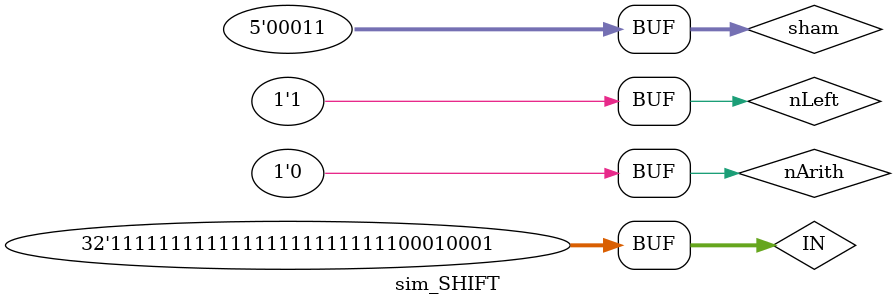
<source format=v>
`timescale 1ns/1ps
module sim_SHIFT();

reg [31:0] IN;
reg [4:0] sham = 5'd0;
reg nArith = 1'b1;
reg nLeft = 1'b1;
wire [31:0] RESULT;

SHIFT shifter(
    .iD(IN),
    .iShamt(sham),
    .nArith(nArith),
    .nLeft(nLeft),
    .oD(RESULT)
);

initial begin
    IN = 32'd3;
    #1
    sham = 5'd1;
    #1
    sham = 5'd2;
    #1
    sham = 5'd3;
    #1
    IN = 32'hF000;
    nLeft = 1'b0;
    #1
    nLeft = 1'b1;
    nArith = 1'b0;
    IN = 32'hFFFFFF11;
    #10
    IN = 32'hFFFFFF11;
end

endmodule
</source>
